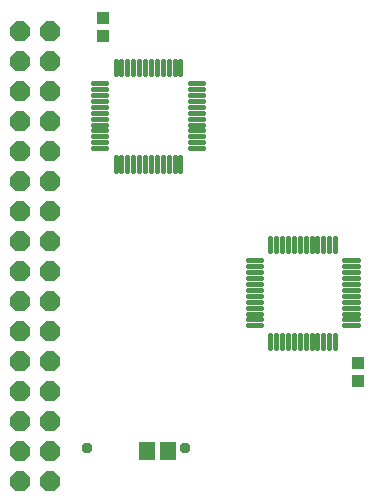
<source format=gbr>
G04 EAGLE Gerber RS-274X export*
G75*
%MOMM*%
%FSLAX34Y34*%
%LPD*%
%INSoldermask Top*%
%IPPOS*%
%AMOC8*
5,1,8,0,0,1.08239X$1,22.5*%
G01*
G04 Define Apertures*
%ADD10C,0.402400*%
%ADD11R,1.122600X1.073300*%
%ADD12R,1.317000X1.617700*%
%ADD13P,1.81452X8X112.5*%
%ADD14C,0.952400*%
D10*
X209500Y372250D02*
X209500Y383750D01*
X204500Y383750D02*
X204500Y372250D01*
X199500Y372250D02*
X199500Y383750D01*
X194500Y383750D02*
X194500Y372250D01*
X189500Y372250D02*
X189500Y383750D01*
X184500Y383750D02*
X184500Y372250D01*
X179500Y372250D02*
X179500Y383750D01*
X174500Y383750D02*
X174500Y372250D01*
X169500Y372250D02*
X169500Y383750D01*
X164500Y383750D02*
X164500Y372250D01*
X159500Y372250D02*
X159500Y383750D01*
X154500Y383750D02*
X154500Y372250D01*
X146750Y364500D02*
X135250Y364500D01*
X135250Y359500D02*
X146750Y359500D01*
X146750Y354500D02*
X135250Y354500D01*
X135250Y349500D02*
X146750Y349500D01*
X146750Y344500D02*
X135250Y344500D01*
X135250Y339500D02*
X146750Y339500D01*
X146750Y334500D02*
X135250Y334500D01*
X135250Y329500D02*
X146750Y329500D01*
X146750Y324500D02*
X135250Y324500D01*
X135250Y319500D02*
X146750Y319500D01*
X146750Y314500D02*
X135250Y314500D01*
X135250Y309500D02*
X146750Y309500D01*
X154500Y301750D02*
X154500Y290250D01*
X159500Y290250D02*
X159500Y301750D01*
X164500Y301750D02*
X164500Y290250D01*
X169500Y290250D02*
X169500Y301750D01*
X174500Y301750D02*
X174500Y290250D01*
X179500Y290250D02*
X179500Y301750D01*
X184500Y301750D02*
X184500Y290250D01*
X189500Y290250D02*
X189500Y301750D01*
X194500Y301750D02*
X194500Y290250D01*
X199500Y290250D02*
X199500Y301750D01*
X204500Y301750D02*
X204500Y290250D01*
X209500Y290250D02*
X209500Y301750D01*
X217250Y309500D02*
X228750Y309500D01*
X228750Y314500D02*
X217250Y314500D01*
X217250Y319500D02*
X228750Y319500D01*
X228750Y324500D02*
X217250Y324500D01*
X217250Y329500D02*
X228750Y329500D01*
X228750Y334500D02*
X217250Y334500D01*
X217250Y339500D02*
X228750Y339500D01*
X228750Y344500D02*
X217250Y344500D01*
X217250Y349500D02*
X228750Y349500D01*
X228750Y354500D02*
X217250Y354500D01*
X217250Y359500D02*
X228750Y359500D01*
X228750Y364500D02*
X217250Y364500D01*
D11*
X144000Y419746D03*
X144000Y404254D03*
D10*
X285500Y151750D02*
X285500Y140250D01*
X290500Y140250D02*
X290500Y151750D01*
X295500Y151750D02*
X295500Y140250D01*
X300500Y140250D02*
X300500Y151750D01*
X305500Y151750D02*
X305500Y140250D01*
X310500Y140250D02*
X310500Y151750D01*
X315500Y151750D02*
X315500Y140250D01*
X320500Y140250D02*
X320500Y151750D01*
X325500Y151750D02*
X325500Y140250D01*
X330500Y140250D02*
X330500Y151750D01*
X335500Y151750D02*
X335500Y140250D01*
X340500Y140250D02*
X340500Y151750D01*
X348250Y159500D02*
X359750Y159500D01*
X359750Y164500D02*
X348250Y164500D01*
X348250Y169500D02*
X359750Y169500D01*
X359750Y174500D02*
X348250Y174500D01*
X348250Y179500D02*
X359750Y179500D01*
X359750Y184500D02*
X348250Y184500D01*
X348250Y189500D02*
X359750Y189500D01*
X359750Y194500D02*
X348250Y194500D01*
X348250Y199500D02*
X359750Y199500D01*
X359750Y204500D02*
X348250Y204500D01*
X348250Y209500D02*
X359750Y209500D01*
X359750Y214500D02*
X348250Y214500D01*
X340500Y222250D02*
X340500Y233750D01*
X335500Y233750D02*
X335500Y222250D01*
X330500Y222250D02*
X330500Y233750D01*
X325500Y233750D02*
X325500Y222250D01*
X320500Y222250D02*
X320500Y233750D01*
X315500Y233750D02*
X315500Y222250D01*
X310500Y222250D02*
X310500Y233750D01*
X305500Y233750D02*
X305500Y222250D01*
X300500Y222250D02*
X300500Y233750D01*
X295500Y233750D02*
X295500Y222250D01*
X290500Y222250D02*
X290500Y233750D01*
X285500Y233750D02*
X285500Y222250D01*
X277750Y214500D02*
X266250Y214500D01*
X266250Y209500D02*
X277750Y209500D01*
X277750Y204500D02*
X266250Y204500D01*
X266250Y199500D02*
X277750Y199500D01*
X277750Y194500D02*
X266250Y194500D01*
X266250Y189500D02*
X277750Y189500D01*
X277750Y184500D02*
X266250Y184500D01*
X266250Y179500D02*
X277750Y179500D01*
X277750Y174500D02*
X266250Y174500D01*
X266250Y169500D02*
X277750Y169500D01*
X277750Y164500D02*
X266250Y164500D01*
X266250Y159500D02*
X277750Y159500D01*
D11*
X360000Y112254D03*
X360000Y127746D03*
D12*
X198754Y53000D03*
X181246Y53000D03*
D13*
X98700Y27500D03*
X73300Y27500D03*
X98700Y52900D03*
X73300Y52900D03*
X98700Y78300D03*
X73300Y78300D03*
X98700Y103700D03*
X73300Y103700D03*
X98700Y129100D03*
X73300Y129100D03*
X98700Y154500D03*
X73300Y154500D03*
X98700Y179900D03*
X73300Y179900D03*
X98700Y205300D03*
X73300Y205300D03*
X98700Y230700D03*
X73300Y230700D03*
X98700Y256100D03*
X73300Y256100D03*
X98700Y281500D03*
X73300Y281500D03*
X98700Y306900D03*
X73300Y306900D03*
X98700Y332300D03*
X73300Y332300D03*
X98700Y357700D03*
X73300Y357700D03*
X98700Y383100D03*
X73300Y383100D03*
X98700Y408500D03*
X73300Y408500D03*
D14*
X130000Y56000D03*
X213000Y56000D03*
M02*

</source>
